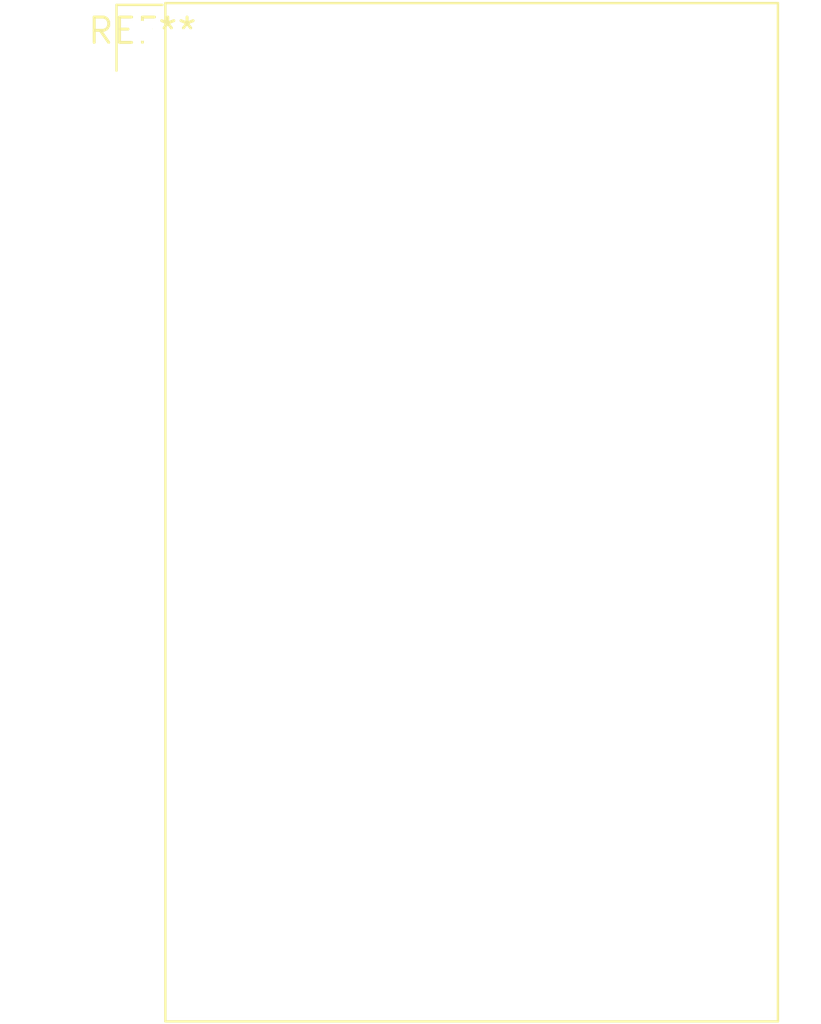
<source format=kicad_pcb>
(kicad_pcb (version 20240108) (generator pcbnew)
  (layers (0 "F.Cu" signal) (31 "B.Cu" signal) (34 "B.Paste" user) (35 "F.Paste" user) (36 "B.SilkS" user "B.Silkscreen") (37 "F.SilkS" user "F.Silkscreen") (38 "B.Mask" user) (39 "F.Mask" user) (44 "Edge.Cuts" user))
  (net 0 "")
  (footprint "DE114-RS-20" (layer "F.Cu") (at 0 0)
    (property "Reference" "REF**")
    (property "Value" "DE114-RS-20")
    (fp_line (start -1.3 -1.3) (end -1.3 2) (layer "F.SilkS") (stroke (width 0.12)))
    (fp_line (start -1.3 -1.3) (end 1 -1.3) (layer "F.SilkS") (stroke (width 0.12)))
    (fp_line (start 1.15 -1.39) (end 31.87 -1.39) (layer "F.SilkS") (stroke (width 0.12)))
    (fp_line (start 1.15 49.65) (end 1.15 -1.39) (layer "F.SilkS") (stroke (width 0.12)))
    (fp_line (start 31.87 -1.39) (end 31.87 49.65) (layer "F.SilkS") (stroke (width 0.12)))
    (fp_line (start 31.87 49.65) (end 1.15 49.65) (layer "F.SilkS") (stroke (width 0.12)))
    (pad "1" thru_hole rect (at 0 0) (size 1.5 1.524) (drill 1) (layers *.Cu *.Mask) (remove_unused_layers))
    (pad "2" thru_hole circle (at 0 2.54) (size 1.5 1.5) (drill 1) (layers *.Cu *.Mask) (remove_unused_layers))
    (pad "3" thru_hole circle (at 0 5.08) (size 1.5 1.5) (drill 1) (layers *.Cu *.Mask) (remove_unused_layers))
    (pad "4" thru_hole circle (at 0 7.62) (size 1.5 1.5) (drill 1) (layers *.Cu *.Mask) (remove_unused_layers))
    (pad "5" thru_hole circle (at 0 10.16) (size 1.5 1.5) (drill 1) (layers *.Cu *.Mask) (remove_unused_layers))
    (pad "6" thru_hole circle (at 0 12.7) (size 1.5 1.5) (drill 1) (layers *.Cu *.Mask) (remove_unused_layers))
    (pad "7" thru_hole circle (at 0 15.24) (size 1.5 1.5) (drill 1) (layers *.Cu *.Mask) (remove_unused_layers))
    (pad "8" thru_hole circle (at 0 17.78) (size 1.5 1.5) (drill 1) (layers *.Cu *.Mask) (remove_unused_layers))
    (pad "9" thru_hole circle (at 0 20.32) (size 1.5 1.5) (drill 1) (layers *.Cu *.Mask) (remove_unused_layers))
    (pad "10" thru_hole circle (at 0 22.86) (size 1.5 1.5) (drill 1) (layers *.Cu *.Mask) (remove_unused_layers))
    (pad "11" thru_hole circle (at 0 25.4) (size 1.5 1.5) (drill 1) (layers *.Cu *.Mask) (remove_unused_layers))
    (pad "12" thru_hole circle (at 0 27.94) (size 1.5 1.5) (drill 1) (layers *.Cu *.Mask) (remove_unused_layers))
    (pad "13" thru_hole circle (at 0 30.48) (size 1.5 1.5) (drill 1) (layers *.Cu *.Mask) (remove_unused_layers))
    (pad "14" thru_hole circle (at 0 33.02) (size 1.5 1.5) (drill 1) (layers *.Cu *.Mask) (remove_unused_layers))
    (pad "15" thru_hole circle (at 0 35.56) (size 1.5 1.5) (drill 1) (layers *.Cu *.Mask) (remove_unused_layers))
    (pad "16" thru_hole circle (at 0 38.1) (size 1.5 1.5) (drill 1) (layers *.Cu *.Mask) (remove_unused_layers))
    (pad "17" thru_hole circle (at 0 40.64) (size 1.5 1.5) (drill 1) (layers *.Cu *.Mask) (remove_unused_layers))
    (pad "18" thru_hole circle (at 0 43.18) (size 1.5 1.5) (drill 1) (layers *.Cu *.Mask) (remove_unused_layers))
    (pad "19" thru_hole circle (at 0 45.72) (size 1.5 1.5) (drill 1) (layers *.Cu *.Mask) (remove_unused_layers))
    (pad "20" thru_hole circle (at 0 48.26) (size 1.5 1.5) (drill 1) (layers *.Cu *.Mask) (remove_unused_layers))
    (pad "21" thru_hole circle (at 33.02 48.26) (size 1.5 1.5) (drill 1) (layers *.Cu *.Mask) (remove_unused_layers))
    (pad "22" thru_hole circle (at 33.02 45.72) (size 1.5 1.5) (drill 1) (layers *.Cu *.Mask) (remove_unused_layers))
    (pad "23" thru_hole circle (at 33.02 43.18) (size 1.5 1.5) (drill 1) (layers *.Cu *.Mask) (remove_unused_layers))
    (pad "24" thru_hole circle (at 33.02 40.64) (size 1.5 1.5) (drill 1) (layers *.Cu *.Mask) (remove_unused_layers))
    (pad "25" thru_hole circle (at 33.02 38.1) (size 1.5 1.5) (drill 1) (layers *.Cu *.Mask) (remove_unused_layers))
    (pad "26" thru_hole circle (at 33.02 35.56) (size 1.5 1.5) (drill 1) (layers *.Cu *.Mask) (remove_unused_layers))
    (pad "27" thru_hole circle (at 33.02 33.02) (size 1.5 1.5) (drill 1) (layers *.Cu *.Mask) (remove_unused_layers))
    (pad "28" thru_hole circle (at 33.02 30.48) (size 1.5 1.5) (drill 1) (layers *.Cu *.Mask) (remove_unused_layers))
    (pad "29" thru_hole circle (at 33.02 27.94) (size 1.5 1.5) (drill 1) (layers *.Cu *.Mask) (remove_unused_layers))
    (pad "30" thru_hole circle (at 33.02 25.4) (size 1.5 1.5) (drill 1) (layers *.Cu *.Mask) (remove_unused_layers))
    (pad "31" thru_hole circle (at 33.02 22.86) (size 1.5 1.5) (drill 1) (layers *.Cu *.Mask) (remove_unused_layers))
    (pad "32" thru_hole circle (at 33.02 20.32) (size 1.5 1.5) (drill 1) (layers *.Cu *.Mask) (remove_unused_layers))
    (pad "33" thru_hole circle (at 33.02 17.78) (size 1.5 1.5) (drill 1) (layers *.Cu *.Mask) (remove_unused_layers))
    (pad "34" thru_hole circle (at 33.02 15.24) (size 1.5 1.5) (drill 1) (layers *.Cu *.Mask) (remove_unused_layers))
    (pad "35" thru_hole circle (at 33.02 12.7) (size 1.5 1.5) (drill 1) (layers *.Cu *.Mask) (remove_unused_layers))
    (pad "36" thru_hole circle (at 33.02 10.16) (size 1.5 1.5) (drill 1) (layers *.Cu *.Mask) (remove_unused_layers))
    (pad "37" thru_hole circle (at 33.02 7.62) (size 1.5 1.5) (drill 1) (layers *.Cu *.Mask) (remove_unused_layers))
    (pad "38" thru_hole circle (at 33.02 5.08) (size 1.5 1.5) (drill 1) (layers *.Cu *.Mask) (remove_unused_layers))
    (pad "39" thru_hole circle (at 33.02 2.54) (size 1.5 1.5) (drill 1) (layers *.Cu *.Mask) (remove_unused_layers))
    (pad "40" thru_hole circle (at 33.02 0) (size 1.5 1.5) (drill 1) (layers *.Cu *.Mask) (remove_unused_layers))
  )
)
</source>
